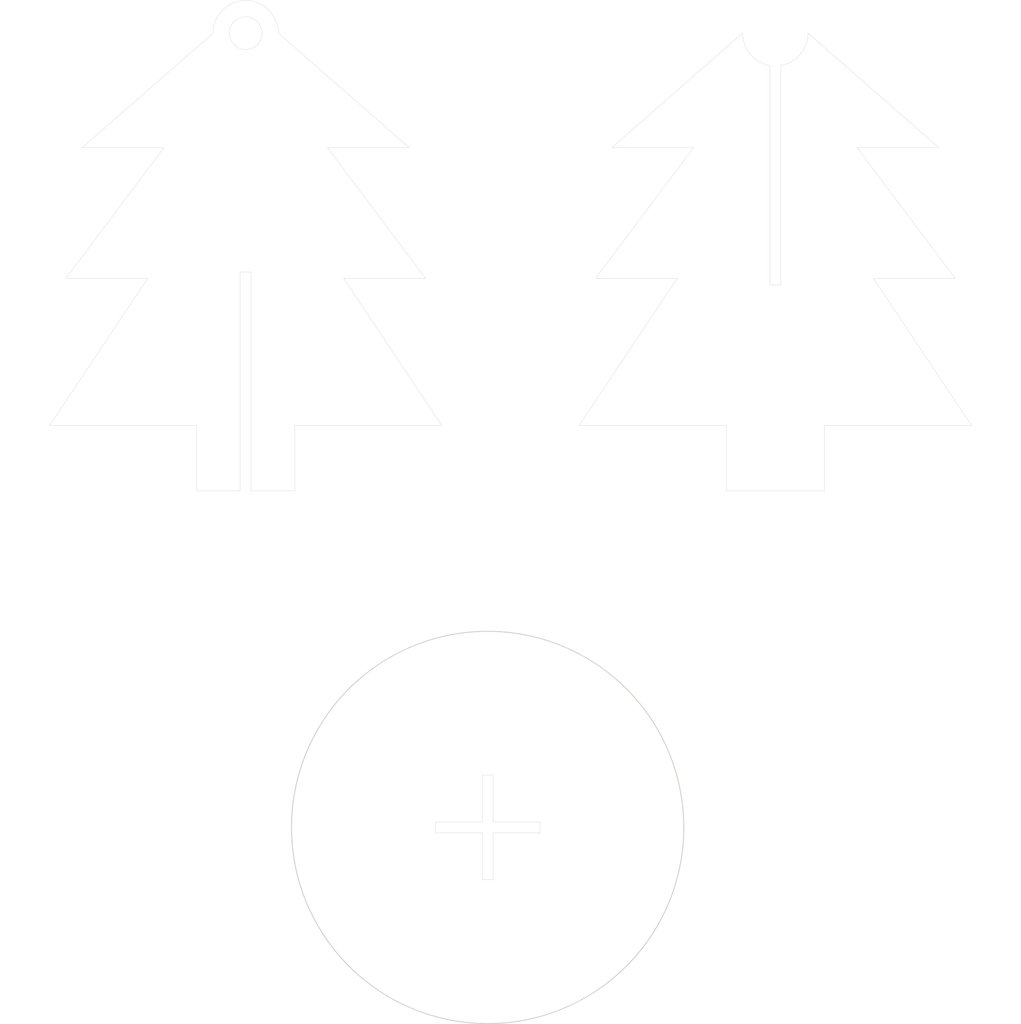
<source format=kicad_pcb>
(kicad_pcb (version 20171130) (host pcbnew "(5.1.6)-1")

  (general
    (thickness 1.6)
    (drawings 67)
    (tracks 0)
    (zones 0)
    (modules 0)
    (nets 1)
  )

  (page A4)
  (layers
    (0 F.Cu signal)
    (31 B.Cu signal)
    (32 B.Adhes user)
    (33 F.Adhes user)
    (34 B.Paste user)
    (35 F.Paste user)
    (36 B.SilkS user)
    (37 F.SilkS user)
    (38 B.Mask user)
    (39 F.Mask user)
    (40 Dwgs.User user)
    (41 Cmts.User user)
    (42 Eco1.User user)
    (43 Eco2.User user)
    (44 Edge.Cuts user)
    (45 Margin user)
    (46 B.CrtYd user)
    (47 F.CrtYd user)
    (48 B.Fab user)
    (49 F.Fab user)
  )

  (setup
    (last_trace_width 1)
    (user_trace_width 0.2)
    (user_trace_width 0.5)
    (user_trace_width 1)
    (trace_clearance 0.2)
    (zone_clearance 0.508)
    (zone_45_only no)
    (trace_min 0.2)
    (via_size 0.8)
    (via_drill 0.4)
    (via_min_size 0.4)
    (via_min_drill 0.3)
    (user_via 0.51 0.3)
    (user_via 1 0.5)
    (uvia_size 0.3)
    (uvia_drill 0.1)
    (uvias_allowed no)
    (uvia_min_size 0.2)
    (uvia_min_drill 0.1)
    (edge_width 0.05)
    (segment_width 0.2)
    (pcb_text_width 0.3)
    (pcb_text_size 1.5 1.5)
    (mod_edge_width 0.12)
    (mod_text_size 1 1)
    (mod_text_width 0.15)
    (pad_size 1.524 1.524)
    (pad_drill 0.762)
    (pad_to_mask_clearance 0.05)
    (aux_axis_origin 0 0)
    (visible_elements 7FFFFFFF)
    (pcbplotparams
      (layerselection 0x010fc_ffffffff)
      (usegerberextensions false)
      (usegerberattributes true)
      (usegerberadvancedattributes true)
      (creategerberjobfile true)
      (excludeedgelayer true)
      (linewidth 0.100000)
      (plotframeref false)
      (viasonmask false)
      (mode 1)
      (useauxorigin false)
      (hpglpennumber 1)
      (hpglpenspeed 20)
      (hpglpendiameter 15.000000)
      (psnegative false)
      (psa4output false)
      (plotreference true)
      (plotvalue true)
      (plotinvisibletext false)
      (padsonsilk false)
      (subtractmaskfromsilk false)
      (outputformat 1)
      (mirror false)
      (drillshape 1)
      (scaleselection 1)
      (outputdirectory ""))
  )

  (net 0 "")

  (net_class Default "This is the default net class."
    (clearance 0.2)
    (trace_width 0.25)
    (via_dia 0.8)
    (via_drill 0.4)
    (uvia_dia 0.3)
    (uvia_drill 0.1)
    (add_net "Net-(D14-Pad1)")
    (add_net "Net-(D29-Pad1)")
    (add_net "Net-(U1-Pad2)")
    (add_net "Net-(U1-Pad3)")
  )

  (gr_line (start 99.15 158.12) (end 100.85 158.12) (layer Edge.Cuts) (width 0.05) (tstamp 5FBD913A))
  (gr_line (start 91.88 149.15) (end 91.88 150.85) (layer Edge.Cuts) (width 0.05) (tstamp 5FBD9134))
  (gr_line (start 100.85 141.88) (end 99.15 141.88) (layer Edge.Cuts) (width 0.05) (tstamp 5FBD912F))
  (gr_line (start 108.12 149.15) (end 108.12 150.85) (layer Edge.Cuts) (width 0.05) (tstamp 5FBD912A))
  (gr_line (start 100.85 150.85) (end 108.12 150.85) (layer Edge.Cuts) (width 0.05) (tstamp 5FBD90A5))
  (gr_line (start 100.85 150.85) (end 100.85 158.12) (layer Edge.Cuts) (width 0.05) (tstamp 5FBD90A4))
  (gr_line (start 99.15 150.85) (end 99.15 158.12) (layer Edge.Cuts) (width 0.05) (tstamp 5FBD90A5))
  (gr_line (start 99.15 150.85) (end 91.88 150.85) (layer Edge.Cuts) (width 0.05) (tstamp 5FBD90A4))
  (gr_line (start 99.15 149.15) (end 91.88 149.15) (layer Edge.Cuts) (width 0.05) (tstamp 5FBD90A5))
  (gr_line (start 99.15 149.15) (end 99.15 141.88) (layer Edge.Cuts) (width 0.05) (tstamp 5FBD90A4))
  (gr_line (start 100.85 149.15) (end 100.85 141.88) (layer Edge.Cuts) (width 0.05) (tstamp 5FBD9426))
  (gr_line (start 100.85 149.15) (end 108.12 149.15) (layer Edge.Cuts) (width 0.05) (tstamp 5FBD9426))
  (gr_line (start 100 150) (end 100 180.5) (layer Cmts.User) (width 0.15) (tstamp 5FBD9413))
  (gr_line (start 100 150) (end 100 119.5) (layer Cmts.User) (width 0.15) (tstamp 5FBD9413))
  (gr_line (start 100 150) (end 69.5 150) (layer Cmts.User) (width 0.15) (tstamp 5FBD9413))
  (gr_line (start 100 150) (end 130.5 150) (layer Cmts.User) (width 0.15))
  (gr_circle (center 100 150) (end 130.48 150) (layer Edge.Cuts) (width 0.15))
  (gr_arc (start 144.7 26.58) (end 145.55 31.6) (angle -80.38967482) (layer Edge.Cuts) (width 0.05) (tstamp 5FBD93EE))
  (gr_line (start 62.4 97.7) (end 144.7 97.7) (layer Cmts.User) (width 0.15) (tstamp 5FBD93DE))
  (gr_line (start 62.4 64.7) (end 144.7 64.7) (layer Cmts.User) (width 0.15) (tstamp 5FBD93D2))
  (gr_line (start 145.55 31.6) (end 145.55 65.7) (layer Edge.Cuts) (width 0.05) (tstamp 5FBD93C7))
  (gr_line (start 145.55 65.7) (end 143.85 65.7) (layer Edge.Cuts) (width 0.05) (tstamp 5FBD93C6))
  (gr_line (start 143.85 31.6) (end 143.85 65.7) (layer Edge.Cuts) (width 0.05) (tstamp 5FBD93C5))
  (gr_line (start 61.55 63.7) (end 63.25 63.7) (layer Edge.Cuts) (width 0.05) (tstamp 5FBD93C2))
  (gr_line (start 61.55 97.7) (end 61.55 63.7) (layer Edge.Cuts) (width 0.05) (tstamp 5FBD93BF))
  (gr_line (start 63.25 97.7) (end 63.25 63.7) (layer Edge.Cuts) (width 0.05))
  (gr_line (start 62.4 31.7) (end 144.7 31.7) (layer Cmts.User) (width 0.15) (tstamp 5FBD93B6))
  (gr_line (start 70.02 97.7) (end 63.25 97.7) (layer Edge.Cuts) (width 0.05) (tstamp 5FBD93B1))
  (gr_line (start 137.08 87.54) (end 137.08 97.7) (layer Edge.Cuts) (width 0.05) (tstamp 5FBD902A))
  (gr_line (start 132 44.36) (end 116.76 64.68) (layer Edge.Cuts) (width 0.05) (tstamp 5FBD9029))
  (gr_line (start 116.76 64.68) (end 129.46 64.68) (layer Edge.Cuts) (width 0.05) (tstamp 5FBD9028))
  (gr_arc (start 144.7 26.58) (end 143.85 31.6) (angle 80.38967482) (layer Edge.Cuts) (width 0.05) (tstamp 5FBD9027))
  (gr_line (start 139.608546 26.58) (end 119.3 44.36) (layer Edge.Cuts) (width 0.05) (tstamp 5FBD9026))
  (gr_line (start 119.3 44.36) (end 132 44.36) (layer Edge.Cuts) (width 0.05) (tstamp 5FBD9025))
  (gr_line (start 129.46 64.68) (end 114.22 87.54) (layer Edge.Cuts) (width 0.05) (tstamp 5FBD9024))
  (gr_line (start 114.22 87.54) (end 137.08 87.54) (layer Edge.Cuts) (width 0.05) (tstamp 5FBD9023))
  (gr_line (start 144.7 21.5) (end 144.7 97.7) (layer Cmts.User) (width 0.15) (tstamp 5FBD9022))
  (gr_line (start 137.08 97.7) (end 152.32 97.7) (layer Edge.Cuts) (width 0.05) (tstamp 5FBD9020))
  (gr_line (start 152.32 97.7) (end 152.32 87.54) (layer Edge.Cuts) (width 0.05) (tstamp 5FBD901F))
  (gr_line (start 152.32 87.54) (end 175.18 87.54) (layer Edge.Cuts) (width 0.05) (tstamp 5FBD901E))
  (gr_line (start 175.18 87.54) (end 159.94 64.68) (layer Edge.Cuts) (width 0.05) (tstamp 5FBD901D))
  (gr_line (start 159.94 64.68) (end 172.64 64.68) (layer Edge.Cuts) (width 0.05) (tstamp 5FBD901C))
  (gr_line (start 157.4 44.36) (end 170.1 44.36) (layer Edge.Cuts) (width 0.05) (tstamp 5FBD901B))
  (gr_line (start 172.64 64.68) (end 157.4 44.36) (layer Edge.Cuts) (width 0.05) (tstamp 5FBD901A))
  (gr_line (start 170.1 44.36) (end 149.791454 26.58) (layer Edge.Cuts) (width 0.05) (tstamp 5FBD9018))
  (gr_line (start 144.7 21.5) (end 182.8 21.5) (layer Cmts.User) (width 0.15) (tstamp 5FBD9016))
  (gr_line (start 144.7 21.5) (end 106.6 21.5) (layer Cmts.User) (width 0.15) (tstamp 5FBD9015))
  (gr_line (start 62.4 21.5) (end 24.3 21.5) (layer Cmts.User) (width 0.15))
  (gr_line (start 62.4 21.5) (end 100.5 21.5) (layer Cmts.User) (width 0.15))
  (gr_line (start 62.4 21.5) (end 62.4 97.7) (layer Cmts.User) (width 0.15))
  (gr_circle (center 62.4 26.58) (end 62.4 24.04) (layer Edge.Cuts) (width 0.05))
  (gr_line (start 87.8 44.36) (end 67.48 26.58) (layer Edge.Cuts) (width 0.05) (tstamp 5DF5B264))
  (gr_line (start 75.1 44.36) (end 87.8 44.36) (layer Edge.Cuts) (width 0.05))
  (gr_line (start 90.34 64.68) (end 75.1 44.36) (layer Edge.Cuts) (width 0.05))
  (gr_line (start 77.64 64.68) (end 90.34 64.68) (layer Edge.Cuts) (width 0.05))
  (gr_line (start 92.88 87.54) (end 77.64 64.68) (layer Edge.Cuts) (width 0.05))
  (gr_line (start 70.02 87.54) (end 92.88 87.54) (layer Edge.Cuts) (width 0.05))
  (gr_line (start 70.02 97.7) (end 70.02 87.54) (layer Edge.Cuts) (width 0.05))
  (gr_line (start 54.78 97.7) (end 61.55 97.7) (layer Edge.Cuts) (width 0.05))
  (gr_line (start 54.78 87.54) (end 54.78 97.7) (layer Edge.Cuts) (width 0.05))
  (gr_line (start 31.92 87.54) (end 54.78 87.54) (layer Edge.Cuts) (width 0.05))
  (gr_line (start 47.16 64.68) (end 31.92 87.54) (layer Edge.Cuts) (width 0.05))
  (gr_line (start 34.46 64.68) (end 47.16 64.68) (layer Edge.Cuts) (width 0.05))
  (gr_line (start 49.7 44.36) (end 34.46 64.68) (layer Edge.Cuts) (width 0.05))
  (gr_line (start 37 44.36) (end 49.7 44.36) (layer Edge.Cuts) (width 0.05))
  (gr_line (start 57.32 26.58) (end 37 44.36) (layer Edge.Cuts) (width 0.05))
  (gr_arc (start 62.4 26.58) (end 67.48 26.58) (angle -180) (layer Edge.Cuts) (width 0.05))

)

</source>
